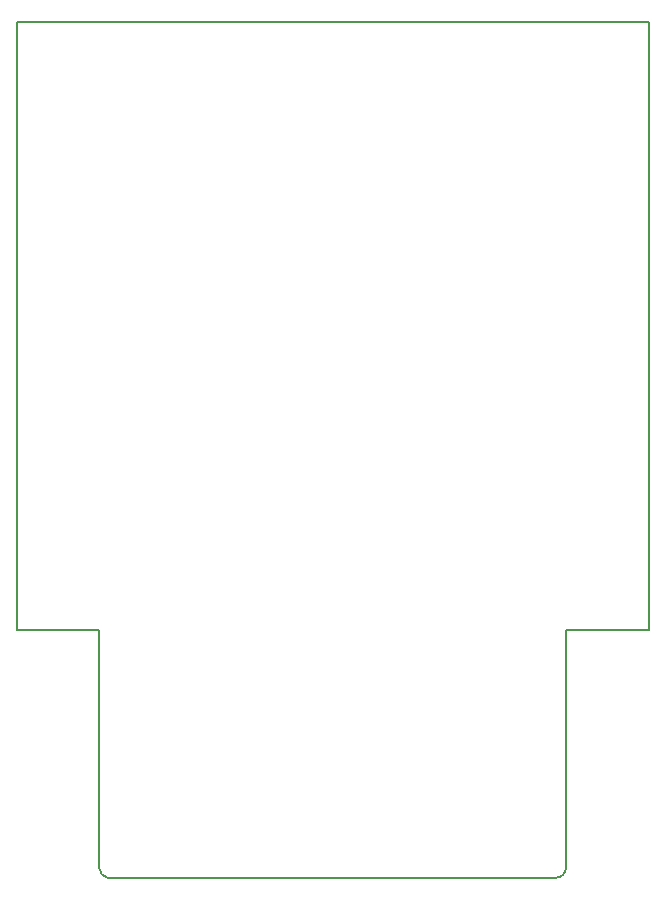
<source format=gbr>
G04 DipTrace 3.3.1.3*
G04 BoardOutline.gbr*
%MOIN*%
G04 #@! TF.FileFunction,Profile*
G04 #@! TF.Part,Single*
%ADD11C,0.005512*%
%FSLAX26Y26*%
G04*
G70*
G90*
G75*
G01*
G04 BoardOutline*
%LPD*%
X696850Y393733D2*
D11*
G02X669291Y424982I5502J32629D01*
G01*
Y1218733D1*
X393701D1*
Y3246292D1*
X2500000D1*
Y1218733D1*
X2224409D1*
Y424982D1*
G02X2190600Y393733I-32372J1110D01*
G01*
X696850D1*
M02*

</source>
